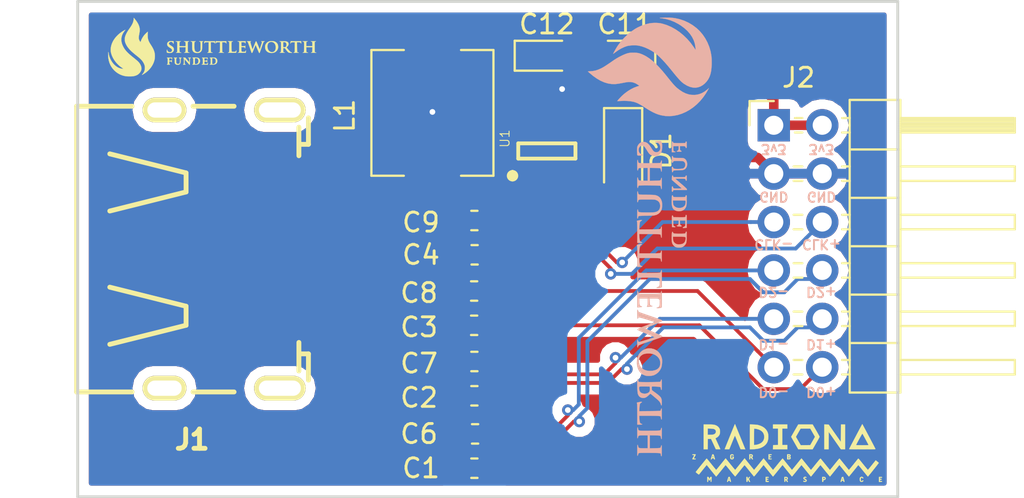
<source format=kicad_pcb>
(kicad_pcb (version 20171130) (host pcbnew 5.0.1+dfsg1-3~bpo9+1)
  (layers (0 F.Cu signal) (31 B.Cu signal hide) (34 B.Paste user hide) (35 F.Paste user hide) (36 B.SilkS user) (37 F.SilkS user) (38 B.Mask user hide) (39 F.Mask user hide) (44 Edge.Cuts user))
  (net 0 "")
  (net 1 FPDI_D2+)
  (net 2 /GPDI_D2+)
  (net 3 /GPDI_D1+)
  (net 4 FPDI_D1+)
  (net 5 /GPDI_D0+)
  (net 6 FPDI_D0+)
  (net 7 FPDI_CLK+)
  (net 8 /GPDI_CLK+)
  (net 9 /GPDI_D2-)
  (net 10 FPDI_D2-)
  (net 11 FPDI_D1-)
  (net 12 /GPDI_D1-)
  (net 13 FPDI_D0-)
  (net 14 /GPDI_D0-)
  (net 15 /GPDI_CLK-)
  (net 16 FPDI_CLK-)
  (net 17 GND)
  (net 18 +3V3)
  (net 19 +5V)
  (net 20 "Net-(D1-Pad2)")
  (module Capacitor_SMD:C_0603_1608Metric (layer F.Cu) (at 131.8 88.5 180)
    (fp_text reference C1 (at 2.8 0 180) (layer F.SilkS))
    (fp_text value 220nF)
    (pad 1 smd roundrect (at -0.7875 0 180) (size 0.875 0.95) (layers F.Cu F.Paste F.Mask) (net 1 FPDI_D2+))
    (pad 2 smd roundrect (at 0.7875 0 180) (size 0.875 0.95) (layers F.Cu F.Paste F.Mask) (net 2 /GPDI_D2+))
  )
  (module Capacitor_SMD:C_0603_1608Metric (layer F.Cu) (at 131.8 84.7 180)
    (fp_text reference C2 (at 2.9 -0.1 180) (layer F.SilkS))
    (fp_text value 220nF)
    (pad 2 smd roundrect (at 0.7875 0 180) (size 0.875 0.95) (layers F.Cu F.Paste F.Mask) (net 3 /GPDI_D1+))
    (pad 1 smd roundrect (at -0.7875 0 180) (size 0.875 0.95) (layers F.Cu F.Paste F.Mask) (net 4 FPDI_D1+))
  )
  (module Capacitor_SMD:C_0603_1608Metric (layer F.Cu) (at 131.7875 81 180)
    (fp_text reference C3 (at 2.8875 -0.1 180) (layer F.SilkS))
    (fp_text value 220nF)
    (pad 2 smd roundrect (at 0.7875 0 180) (size 0.875 0.95) (layers F.Cu F.Paste F.Mask) (net 5 /GPDI_D0+))
    (pad 1 smd roundrect (at -0.7875 0 180) (size 0.875 0.95) (layers F.Cu F.Paste F.Mask) (net 6 FPDI_D0+))
  )
  (module Capacitor_SMD:C_0603_1608Metric (layer F.Cu) (at 131.8125 77.3 180)
    (fp_text reference C4 (at 2.8125 0 180) (layer F.SilkS))
    (fp_text value 220nF)
    (pad 1 smd roundrect (at -0.7875 0 180) (size 0.875 0.95) (layers F.Cu F.Paste F.Mask) (net 7 FPDI_CLK+))
    (pad 2 smd roundrect (at 0.7875 0 180) (size 0.875 0.95) (layers F.Cu F.Paste F.Mask) (net 8 /GPDI_CLK+))
  )
  (module Capacitor_SMD:C_0603_1608Metric (layer F.Cu) (at 131.8375 86.7 180)
    (fp_text reference C6 (at 2.9375 0 180) (layer F.SilkS))
    (fp_text value 220nF)
    (pad 2 smd roundrect (at 0.7875 0 180) (size 0.875 0.95) (layers F.Cu F.Paste F.Mask) (net 9 /GPDI_D2-))
    (pad 1 smd roundrect (at -0.7875 0 180) (size 0.875 0.95) (layers F.Cu F.Paste F.Mask) (net 10 FPDI_D2-))
  )
  (module Capacitor_SMD:C_0603_1608Metric (layer F.Cu) (at 131.8 82.9 180)
    (fp_text reference C7 (at 2.9 -0.1 180) (layer F.SilkS))
    (fp_text value 220nF)
    (pad 1 smd roundrect (at -0.7875 0 180) (size 0.875 0.95) (layers F.Cu F.Paste F.Mask) (net 11 FPDI_D1-))
    (pad 2 smd roundrect (at 0.7875 0 180) (size 0.875 0.95) (layers F.Cu F.Paste F.Mask) (net 12 /GPDI_D1-))
  )
  (module Capacitor_SMD:C_0603_1608Metric (layer F.Cu) (at 131.7875 79.2 180)
    (fp_text reference C8 (at 2.8875 -0.1 180) (layer F.SilkS))
    (fp_text value 220nF)
    (pad 1 smd roundrect (at -0.7875 0 180) (size 0.875 0.95) (layers F.Cu F.Paste F.Mask) (net 13 FPDI_D0-))
    (pad 2 smd roundrect (at 0.7875 0 180) (size 0.875 0.95) (layers F.Cu F.Paste F.Mask) (net 14 /GPDI_D0-))
  )
  (module Capacitor_SMD:C_0603_1608Metric (layer F.Cu) (at 131.8 75.5 180)
    (fp_text reference C9 (at 2.8 -0.1 180) (layer F.SilkS))
    (fp_text value 220nF)
    (pad 2 smd roundrect (at 0.7875 0 180) (size 0.875 0.95) (layers F.Cu F.Paste F.Mask) (net 15 /GPDI_CLK-))
    (pad 1 smd roundrect (at -0.7875 0 180) (size 0.875 0.95) (layers F.Cu F.Paste F.Mask) (net 16 FPDI_CLK-))
  )
  (module Capacitor_Tantalum_SMD:CP_EIA-1608-08_AVX-J_Pad1.25x1.05mm_HandSolder (layer F.Cu) (at 139.6 66.85 180)
    (fp_text reference C11 (at -0.1 1.65 180) (layer F.SilkS))
    (fp_text value CP)
    (pad 2 smd roundrect (at 0.8 0 180) (size 1.25 1.05) (layers F.Cu F.Paste F.Mask) (roundrect_rratio 0.238095) (net 17 GND))
    (pad 1 smd roundrect (at -0.8 0 180) (size 1.25 1.05) (layers F.Cu F.Paste F.Mask) (roundrect_rratio 0.238095) (net 18 +3V3))
  )
  (module Capacitor_Tantalum_SMD:CP_EIA-1608-08_AVX-J_Pad1.25x1.05mm_HandSolder (layer F.Cu) (at 135.6 66.85)
    (fp_text reference C12 (at 0 -1.65) (layer F.SilkS))
    (fp_text value CP)
    (pad 1 smd roundrect (at -0.8 0) (size 1.25 1.05) (layers F.Cu F.Paste F.Mask) (roundrect_rratio 0.238095) (net 19 +5V))
    (pad 2 smd roundrect (at 0.8 0) (size 1.25 1.05) (layers F.Cu F.Paste F.Mask) (roundrect_rratio 0.238095) (net 17 GND))
  )
  (module Diode_SMD:D_SOD-123 (layer F.Cu) (at 139.6 71.85 270)
    (fp_text reference D1 (at 0 -2 270) (layer F.SilkS))
    (fp_text value MBR0520)
    (pad 1 smd rect (at -1.65 0 270) (size 0.9 1.2) (layers F.Cu F.Paste F.Mask) (net 19 +5V))
    (pad 2 smd rect (at 1.65 0 270) (size 0.9 1.2) (layers F.Cu F.Paste F.Mask) (net 20 "Net-(D1-Pad2)"))
  )
  (module hdmi-swm-19:hdmi-swm-19 (layer F.Cu) (at 117 77 90)
    (fp_text reference J1 (at -10 0 180) (layer F.SilkS) (effects (font (size 1.016 1.016) (thickness 0.254))))
    (fp_text value HDMI)
    (pad 0 thru_hole oval (at 7.3 4.6 90) (size 1.3 2.7) (drill oval 0.8 2.2) (layers *.Cu *.Mask F.SilkS))
    (pad 0 thru_hole oval (at -7.3 4.6 90) (size 1.3 2.7) (drill oval 0.8 2.2) (layers *.Cu *.Mask F.SilkS))
    (pad 0 thru_hole oval (at -7.3 -1.45 90) (size 1.3 2.3) (drill oval 0.8 1.8) (layers *.Cu *.Mask F.SilkS))
    (pad 1 smd rect (at -4.5 5.55 180) (size 1.6 0.25) (layers F.Cu F.Paste F.Mask) (net 17 GND))
    (pad 2 smd rect (at -4 5.55 180) (size 1.6 0.25) (layers F.Cu F.Paste F.Mask) (net 2 /GPDI_D2+))
    (pad 3 smd rect (at -3.5 5.55 180) (size 1.6 0.25) (layers F.Cu F.Paste F.Mask) (net 17 GND))
    (pad 4 smd rect (at -3 5.55 180) (size 1.6 0.25) (layers F.Cu F.Paste F.Mask) (net 9 /GPDI_D2-))
    (pad 5 smd rect (at -2.5 5.55 180) (size 1.6 0.25) (layers F.Cu F.Paste F.Mask) (net 3 /GPDI_D1+))
    (pad 6 smd rect (at -2 5.55 180) (size 1.6 0.25) (layers F.Cu F.Paste F.Mask) (net 17 GND))
    (pad 7 smd rect (at -1.5 5.55 180) (size 1.6 0.25) (layers F.Cu F.Paste F.Mask) (net 12 /GPDI_D1-))
    (pad 8 smd rect (at -1 5.55 180) (size 1.6 0.25) (layers F.Cu F.Paste F.Mask) (net 5 /GPDI_D0+))
    (pad 9 smd rect (at -0.5 5.55 180) (size 1.6 0.25) (layers F.Cu F.Paste F.Mask) (net 17 GND))
    (pad 10 smd rect (at 0 5.55 180) (size 1.6 0.25) (layers F.Cu F.Paste F.Mask) (net 14 /GPDI_D0-))
    (pad 11 smd rect (at 0.5 5.55 180) (size 1.6 0.25) (layers F.Cu F.Paste F.Mask) (net 8 /GPDI_CLK+))
    (pad 12 smd rect (at 1 5.55 180) (size 1.6 0.25) (layers F.Cu F.Paste F.Mask) (net 17 GND))
    (pad 13 smd rect (at 1.5 5.55 180) (size 1.6 0.25) (layers F.Cu F.Paste F.Mask) (net 15 /GPDI_CLK-))
    (pad 14 smd rect (at 2 5.55 180) (size 1.6 0.25) (layers F.Cu F.Paste F.Mask))
    (pad 15 smd rect (at 2.5 5.55 180) (size 1.6 0.25) (layers F.Cu F.Paste F.Mask))
    (pad 16 smd rect (at 3 5.55 180) (size 1.6 0.25) (layers F.Cu F.Paste F.Mask))
    (pad 17 smd rect (at 3.5 5.55 180) (size 1.6 0.25) (layers F.Cu F.Paste F.Mask))
    (pad 18 smd rect (at 4 5.55 180) (size 1.6 0.25) (layers F.Cu F.Paste F.Mask) (net 17 GND))
    (pad 19 smd rect (at 4.5 5.55 180) (size 1.6 0.25) (layers F.Cu F.Paste F.Mask) (net 19 +5V))
    (pad 0 thru_hole oval (at 7.3 -1.45 90) (size 1.3 2.3) (drill oval 0.8 1.8) (layers *.Cu *.Mask F.SilkS))
  )
  (module Connector_PinHeader_2.54mm:PinHeader_2x06_P2.54mm_Horizontal (layer F.Cu) (at 147.5 70.5)
    (fp_text reference J2 (at 1.3 -2.5) (layer F.SilkS))
    (fp_text value PMOD)
    (pad 1 thru_hole rect (at 0 0) (size 1.7 1.7) (drill 1) (layers *.Cu *.Mask) (net 18 +3V3))
    (pad 2 thru_hole oval (at 2.54 0) (size 1.7 1.7) (drill 1) (layers *.Cu *.Mask) (net 18 +3V3))
    (pad 3 thru_hole oval (at 0 2.54) (size 1.7 1.7) (drill 1) (layers *.Cu *.Mask) (net 17 GND))
    (pad 4 thru_hole oval (at 2.54 2.54) (size 1.7 1.7) (drill 1) (layers *.Cu *.Mask) (net 17 GND))
    (pad 5 thru_hole oval (at 0 5.08) (size 1.7 1.7) (drill 1) (layers *.Cu *.Mask) (net 16 FPDI_CLK-))
    (pad 6 thru_hole oval (at 2.54 5.08) (size 1.7 1.7) (drill 1) (layers *.Cu *.Mask) (net 7 FPDI_CLK+))
    (pad 7 thru_hole oval (at 0 7.62) (size 1.7 1.7) (drill 1) (layers *.Cu *.Mask) (net 10 FPDI_D2-))
    (pad 8 thru_hole oval (at 2.54 7.62) (size 1.7 1.7) (drill 1) (layers *.Cu *.Mask) (net 1 FPDI_D2+))
    (pad 9 thru_hole oval (at 0 10.16) (size 1.7 1.7) (drill 1) (layers *.Cu *.Mask) (net 11 FPDI_D1-))
    (pad 10 thru_hole oval (at 2.54 10.16) (size 1.7 1.7) (drill 1) (layers *.Cu *.Mask) (net 4 FPDI_D1+))
    (pad 11 thru_hole oval (at 0 12.7) (size 1.7 1.7) (drill 1) (layers *.Cu *.Mask) (net 13 FPDI_D0-))
    (pad 12 thru_hole oval (at 2.54 12.7) (size 1.7 1.7) (drill 1) (layers *.Cu *.Mask) (net 6 FPDI_D0+))
  )
  (module Inductor_SMD:L_6.3x6.3_H3 (layer F.Cu) (at 129.6 69.85 270)
    (fp_text reference L1 (at 0.15 4.6 270) (layer F.SilkS))
    (fp_text value L)
    (pad 1 smd rect (at -2.75 0 270) (size 1.5 2.4) (layers F.Cu F.Paste F.Mask) (net 18 +3V3))
    (pad 2 smd rect (at 2.75 0 270) (size 1.5 2.4) (layers F.Cu F.Paste F.Mask) (net 20 "Net-(D1-Pad2)"))
  )
  (module NCP1402SN33T1G:SOT95P275X110-5N (layer F.Cu) (at 135.6 71.85 90)
    (fp_text reference U1 (at 0.65 -2.2 90) (layer F.SilkS) (effects (font (size 0.48 0.48) (thickness 0.05))))
    (fp_text value NCP1402SN33T1G hide)
    (pad 1 smd rect (at -1.3 -0.95 90) (size 1.15 0.6) (layers F.Cu F.Paste F.Mask) (net 20 "Net-(D1-Pad2)"))
    (pad 2 smd rect (at -1.3 0 90) (size 1.15 0.6) (layers F.Cu F.Paste F.Mask) (net 19 +5V))
    (pad 3 smd rect (at -1.3 0.95 90) (size 1.15 0.6) (layers F.Cu F.Paste F.Mask))
    (pad 4 smd rect (at 1.3 0.95 270) (size 1.15 0.6) (layers F.Cu F.Paste F.Mask) (net 17 GND))
    (pad 5 smd rect (at 1.3 -0.95 270) (size 1.15 0.6) (layers F.Cu F.Paste F.Mask) (net 19 +5V))
  )
  (module parts:radiona-12mm (layer F.Cu) (at 148.2 87.7)
    (fp_text reference G*** hide)
    (fp_text value LOGO hide)
  )
  (module parts:shutleworth-12mm (layer F.Cu) (at 118 66.4)
    (fp_text reference G*** hide)
    (fp_text value LOGO hide)
  )
  (module parts:shutleworth (layer B.Cu) (at 141 76.25 270)
    (fp_text reference G*** hide)
    (fp_text value LOGO hide)
  )
  (gr_text GND (at 147.5 74.25 180) (layer B.SilkS) (effects (font (size 0.5 0.5) (thickness 0.1)) (justify mirror)))
  (gr_text CLK- (at 147.5 76.75 180) (layer B.SilkS) (effects (font (size 0.5 0.5) (thickness 0.1)) (justify mirror)))
  (gr_text D2- (at 147.5 79.25 180) (layer B.SilkS) (effects (font (size 0.5 0.5) (thickness 0.1)) (justify mirror)))
  (gr_text D1- (at 147.5 82 180) (layer B.SilkS) (effects (font (size 0.5 0.5) (thickness 0.1)) (justify mirror)))
  (gr_text D0- (at 147.5 84.5 180) (layer B.SilkS) (effects (font (size 0.5 0.5) (thickness 0.1)) (justify mirror)))
  (gr_text D0+ (at 150 84.5 180) (layer B.SilkS) (effects (font (size 0.5 0.5) (thickness 0.1)) (justify mirror)))
  (gr_text D1+ (at 150 82 180) (layer B.SilkS) (effects (font (size 0.5 0.5) (thickness 0.1)) (justify mirror)))
  (gr_text D2+ (at 150 79.25 180) (layer B.SilkS) (effects (font (size 0.5 0.5) (thickness 0.1)) (justify mirror)))
  (gr_text CLK+ (at 150 76.75 180) (layer B.SilkS) (effects (font (size 0.5 0.5) (thickness 0.1)) (justify mirror)))
  (gr_text GND (at 150 74.25 180) (layer B.SilkS) (effects (font (size 0.5 0.5) (thickness 0.1)) (justify mirror)))
  (gr_text 3v3 (at 147.5 71.75 180) (layer B.SilkS) (effects (font (size 0.5 0.5) (thickness 0.1)) (justify mirror)))
  (gr_text 3v3 (at 150 71.75 180) (layer B.SilkS) (effects (font (size 0.5 0.5) (thickness 0.1)) (justify mirror)))
  (gr_line (start 154 64) (end 154 90) (layer Edge.Cuts) (width 0.15))
  (gr_line (start 111 90) (end 154 90) (layer Edge.Cuts) (width 0.15))
  (gr_line (start 111 64) (end 111 90) (layer Edge.Cuts) (width 0.15))
  (gr_line (start 154 64) (end 111 64) (layer Edge.Cuts) (width 0.15))
  (segment (start 135.261949 87.80625) (end 137.017678 86.050521) (width 0.2) (layer F.Cu) (net 1))
  (segment (start 132.5875 88.5) (end 133.28125 87.80625) (width 0.2) (layer F.Cu) (net 1))
  (segment (start 137.017678 86.050521) (end 137.300521 86.050521) (width 0.2) (layer F.Cu) (net 1))
  (via (at 137.300521 86.050521) (size 0.6) (drill 0.3) (layers F.Cu B.Cu) (net 1))
  (segment (start 133.28125 87.80625) (end 135.261949 87.80625) (width 0.2) (layer F.Cu) (net 1))
  (segment (start 137.300521 85.767678) (end 137.725 85.343199) (width 0.2) (layer B.Cu) (net 1))
  (segment (start 137.300521 86.050521) (end 137.300521 85.767678) (width 0.2) (layer B.Cu) (net 1))
  (segment (start 137.725 85.343199) (end 137.725 81.8432) (width 0.2) (layer B.Cu) (net 1))
  (segment (start 148.052001 79.270001) (end 148.752002 78.57) (width 0.2) (layer B.Cu) (net 1))
  (segment (start 137.725 81.8432) (end 140.9982 78.57) (width 0.2) (layer B.Cu) (net 1))
  (segment (start 140.9982 78.57) (end 146.247998 78.57) (width 0.2) (layer B.Cu) (net 1))
  (segment (start 146.947999 79.270001) (end 148.052001 79.270001) (width 0.2) (layer B.Cu) (net 1))
  (segment (start 149.59 78.57) (end 150.04 78.12) (width 0.2) (layer B.Cu) (net 1))
  (segment (start 146.247998 78.57) (end 146.947999 79.270001) (width 0.2) (layer B.Cu) (net 1))
  (segment (start 148.752002 78.57) (end 149.59 78.57) (width 0.2) (layer B.Cu) (net 1))
  (segment (start 122.624999 80.925001) (end 123.437501 80.925001) (width 0.2) (layer F.Cu) (net 2))
  (segment (start 122.55 81) (end 122.624999 80.925001) (width 0.2) (layer F.Cu) (net 2))
  (segment (start 129.530698 87.018198) (end 131.0125 88.5) (width 0.2) (layer F.Cu) (net 2))
  (segment (start 123.437501 80.925001) (end 129.530698 87.018198) (width 0.2) (layer F.Cu) (net 2))
  (segment (start 129.530698 83.218198) (end 131.0125 84.7) (width 0.2) (layer F.Cu) (net 3))
  (segment (start 125.5375 79.225) (end 129.530698 83.218198) (width 0.2) (layer F.Cu) (net 3))
  (segment (start 124.025001 79.225) (end 125.5375 79.225) (width 0.2) (layer F.Cu) (net 3))
  (segment (start 123.750001 79.5) (end 124.025001 79.225) (width 0.2) (layer F.Cu) (net 3))
  (segment (start 122.55 79.5) (end 123.750001 79.5) (width 0.2) (layer F.Cu) (net 3))
  (segment (start 139.517678 83.300521) (end 139.800521 83.300521) (width 0.2) (layer F.Cu) (net 4))
  (segment (start 138.793199 84.025) (end 139.517678 83.300521) (width 0.2) (layer F.Cu) (net 4))
  (segment (start 132.5875 84.7) (end 133.2625 84.025) (width 0.2) (layer F.Cu) (net 4))
  (segment (start 133.2625 84.025) (end 138.793199 84.025) (width 0.2) (layer F.Cu) (net 4))
  (via (at 139.800521 83.300521) (size 0.6) (drill 0.3) (layers F.Cu B.Cu) (net 4))
  (segment (start 139.800521 83.017678) (end 141.708199 81.11) (width 0.2) (layer B.Cu) (net 4))
  (segment (start 148.752002 81.11) (end 149.59 81.11) (width 0.2) (layer B.Cu) (net 4))
  (segment (start 139.800521 83.300521) (end 139.800521 83.017678) (width 0.2) (layer B.Cu) (net 4))
  (segment (start 141.708199 81.11) (end 146.247998 81.11) (width 0.2) (layer B.Cu) (net 4))
  (segment (start 149.59 81.11) (end 150.04 80.66) (width 0.2) (layer B.Cu) (net 4))
  (segment (start 148.052001 81.810001) (end 148.752002 81.11) (width 0.2) (layer B.Cu) (net 4))
  (segment (start 146.947999 81.810001) (end 148.052001 81.810001) (width 0.2) (layer B.Cu) (net 4))
  (segment (start 146.247998 81.11) (end 146.947999 81.810001) (width 0.2) (layer B.Cu) (net 4))
  (segment (start 123.750001 78) (end 124.025001 77.725) (width 0.2) (layer F.Cu) (net 5))
  (segment (start 122.55 78) (end 123.750001 78) (width 0.2) (layer F.Cu) (net 5))
  (segment (start 124.025001 77.725) (end 127.725 77.725) (width 0.2) (layer F.Cu) (net 5))
  (segment (start 129.518198 79.518198) (end 131 81) (width 0.2) (layer F.Cu) (net 5))
  (segment (start 127.725 77.725) (end 129.518198 79.518198) (width 0.2) (layer F.Cu) (net 5))
  (segment (start 143.597998 81) (end 146.947999 84.350001) (width 0.2) (layer F.Cu) (net 6))
  (segment (start 149.190001 84.049999) (end 150.04 83.2) (width 0.2) (layer F.Cu) (net 6))
  (segment (start 148.889999 84.350001) (end 149.190001 84.049999) (width 0.2) (layer F.Cu) (net 6))
  (segment (start 146.947999 84.350001) (end 148.889999 84.350001) (width 0.2) (layer F.Cu) (net 6))
  (segment (start 132.575 81) (end 143.597998 81) (width 0.2) (layer F.Cu) (net 6))
  (segment (start 137.563051 76.63125) (end 138.949479 78.017678) (width 0.2) (layer F.Cu) (net 7))
  (segment (start 133.26875 76.63125) (end 137.563051 76.63125) (width 0.2) (layer F.Cu) (net 7))
  (segment (start 138.949479 78.017678) (end 138.949479 78.300521) (width 0.2) (layer F.Cu) (net 7))
  (segment (start 132.6 77.3) (end 133.26875 76.63125) (width 0.2) (layer F.Cu) (net 7))
  (via (at 138.949479 78.300521) (size 0.6) (drill 0.3) (layers F.Cu B.Cu) (net 7))
  (segment (start 141.396101 76.969999) (end 148.650001 76.969999) (width 0.2) (layer B.Cu) (net 7))
  (segment (start 148.650001 76.969999) (end 149.190001 76.429999) (width 0.2) (layer B.Cu) (net 7))
  (segment (start 138.949479 78.300521) (end 140.065579 78.300521) (width 0.2) (layer B.Cu) (net 7))
  (segment (start 140.065579 78.300521) (end 141.396101 76.969999) (width 0.2) (layer B.Cu) (net 7))
  (segment (start 149.190001 76.429999) (end 150.04 75.58) (width 0.2) (layer B.Cu) (net 7))
  (segment (start 124.065002 75.95) (end 129.675 75.95) (width 0.2) (layer F.Cu) (net 8))
  (segment (start 123.590001 76.425001) (end 124.065002 75.95) (width 0.2) (layer F.Cu) (net 8))
  (segment (start 129.675 75.95) (end 131.025 77.3) (width 0.2) (layer F.Cu) (net 8))
  (segment (start 122.55 76.5) (end 122.624999 76.425001) (width 0.2) (layer F.Cu) (net 8))
  (segment (start 122.624999 76.425001) (end 123.590001 76.425001) (width 0.2) (layer F.Cu) (net 8))
  (segment (start 129.848897 86.7) (end 131.05 86.7) (width 0.2) (layer F.Cu) (net 9))
  (segment (start 123.650001 80.501104) (end 129.848897 86.7) (width 0.2) (layer F.Cu) (net 9))
  (segment (start 122.55 80) (end 122.624999 80.074999) (width 0.2) (layer F.Cu) (net 9))
  (segment (start 122.624999 80.074999) (end 123.590001 80.074999) (width 0.2) (layer F.Cu) (net 9))
  (segment (start 123.590001 80.074999) (end 123.650001 80.134999) (width 0.2) (layer F.Cu) (net 9))
  (segment (start 123.650001 80.134999) (end 123.650001 80.501104) (width 0.2) (layer F.Cu) (net 9))
  (segment (start 136.699479 85.732322) (end 136.699479 85.449479) (width 0.2) (layer F.Cu) (net 10))
  (segment (start 135.075551 87.35625) (end 136.699479 85.732322) (width 0.2) (layer F.Cu) (net 10))
  (via (at 136.699479 85.449479) (size 0.6) (drill 0.3) (layers F.Cu B.Cu) (net 10))
  (segment (start 132.625 86.7) (end 133.28125 87.35625) (width 0.2) (layer F.Cu) (net 10))
  (segment (start 133.28125 87.35625) (end 135.075551 87.35625) (width 0.2) (layer F.Cu) (net 10))
  (segment (start 136.982322 85.449479) (end 137.275 85.156801) (width 0.2) (layer B.Cu) (net 10))
  (segment (start 136.699479 85.449479) (end 136.982322 85.449479) (width 0.2) (layer B.Cu) (net 10))
  (segment (start 137.275 85.156801) (end 137.275 81.6568) (width 0.2) (layer B.Cu) (net 10))
  (segment (start 147.05 78.12) (end 147.5 78.12) (width 0.2) (layer B.Cu) (net 10))
  (segment (start 137.275 81.6568) (end 140.8118 78.12) (width 0.2) (layer B.Cu) (net 10))
  (segment (start 140.8118 78.12) (end 147.05 78.12) (width 0.2) (layer B.Cu) (net 10))
  (segment (start 139.199479 82.982322) (end 139.199479 82.699479) (width 0.2) (layer F.Cu) (net 11))
  (segment (start 138.606801 83.575) (end 139.199479 82.982322) (width 0.2) (layer F.Cu) (net 11))
  (segment (start 133.2625 83.575) (end 138.606801 83.575) (width 0.2) (layer F.Cu) (net 11))
  (segment (start 132.5875 82.9) (end 133.2625 83.575) (width 0.2) (layer F.Cu) (net 11))
  (via (at 139.199479 82.699479) (size 0.6) (drill 0.3) (layers F.Cu B.Cu) (net 11))
  (segment (start 147.05 80.66) (end 147.5 80.66) (width 0.2) (layer B.Cu) (net 11))
  (segment (start 141.521801 80.66) (end 147.05 80.66) (width 0.2) (layer B.Cu) (net 11))
  (segment (start 139.482322 82.699479) (end 141.521801 80.66) (width 0.2) (layer B.Cu) (net 11))
  (segment (start 139.199479 82.699479) (end 139.482322 82.699479) (width 0.2) (layer B.Cu) (net 11))
  (segment (start 129.848897 82.9) (end 131.0125 82.9) (width 0.2) (layer F.Cu) (net 12))
  (segment (start 122.55 78.5) (end 123.750001 78.5) (width 0.2) (layer F.Cu) (net 12))
  (segment (start 124.025001 78.775) (end 125.723897 78.775) (width 0.2) (layer F.Cu) (net 12))
  (segment (start 123.750001 78.5) (end 124.025001 78.775) (width 0.2) (layer F.Cu) (net 12))
  (segment (start 125.723897 78.775) (end 129.848897 82.9) (width 0.2) (layer F.Cu) (net 12))
  (segment (start 132.575 79.2) (end 143.5 79.2) (width 0.2) (layer F.Cu) (net 13))
  (segment (start 143.5 79.2) (end 146.650001 82.350001) (width 0.2) (layer F.Cu) (net 13))
  (segment (start 146.650001 82.350001) (end 147.5 83.2) (width 0.2) (layer F.Cu) (net 13))
  (segment (start 129.836397 79.2) (end 131 79.2) (width 0.2) (layer F.Cu) (net 14))
  (segment (start 122.55 77) (end 123.750001 77) (width 0.2) (layer F.Cu) (net 14))
  (segment (start 123.750001 77) (end 124.025001 77.275) (width 0.2) (layer F.Cu) (net 14))
  (segment (start 124.025001 77.275) (end 127.911397 77.275) (width 0.2) (layer F.Cu) (net 14))
  (segment (start 127.911397 77.275) (end 129.836397 79.2) (width 0.2) (layer F.Cu) (net 14))
  (segment (start 129.675 75.5) (end 131.0125 75.5) (width 0.2) (layer F.Cu) (net 15))
  (segment (start 122.55 75.5) (end 129.675 75.5) (width 0.2) (layer F.Cu) (net 15))
  (segment (start 139.267678 77.699479) (end 139.550521 77.699479) (width 0.2) (layer F.Cu) (net 16))
  (segment (start 137.749449 76.18125) (end 139.267678 77.699479) (width 0.2) (layer F.Cu) (net 16))
  (via (at 139.550521 77.699479) (size 0.6) (drill 0.3) (layers F.Cu B.Cu) (net 16))
  (segment (start 132.5875 75.5) (end 133.26875 76.18125) (width 0.2) (layer F.Cu) (net 16))
  (segment (start 133.26875 76.18125) (end 137.749449 76.18125) (width 0.2) (layer F.Cu) (net 16))
  (segment (start 139.550521 77.699479) (end 141.67 75.58) (width 0.2) (layer B.Cu) (net 16))
  (segment (start 141.67 75.58) (end 146.297919 75.58) (width 0.2) (layer B.Cu) (net 16))
  (segment (start 146.297919 75.58) (end 147.5 75.58) (width 0.2) (layer B.Cu) (net 16))
  (segment (start 150.04 73.04) (end 147.5 73.04) (width 0.5) (layer F.Cu) (net 17))
  (segment (start 138.8 67.475) (end 138.8 66.85) (width 0.5) (layer F.Cu) (net 17))
  (segment (start 143.515001 72.190001) (end 138.8 67.475) (width 0.5) (layer F.Cu) (net 17))
  (segment (start 146.650001 72.190001) (end 143.515001 72.190001) (width 0.5) (layer F.Cu) (net 17))
  (segment (start 147.5 73.04) (end 146.650001 72.190001) (width 0.5) (layer F.Cu) (net 17))
  (segment (start 136.4 66.85) (end 138.8 66.85) (width 0.5) (layer F.Cu) (net 17))
  (segment (start 136.4 70.4) (end 136.55 70.55) (width 0.5) (layer F.Cu) (net 17))
  (via (at 129.6 69.8) (size 0.6) (drill 0.3) (layers F.Cu B.Cu) (net 17))
  (segment (start 123.6 73) (end 126.8 69.8) (width 0.25) (layer F.Cu) (net 17))
  (segment (start 122.55 73) (end 123.6 73) (width 0.25) (layer F.Cu) (net 17))
  (segment (start 126.8 69.8) (end 129.6 69.8) (width 0.25) (layer F.Cu) (net 17))
  (segment (start 136.4 66.85) (end 136.4 68.6) (width 0.5) (layer F.Cu) (net 17))
  (via (at 136.4 68.6) (size 0.6) (drill 0.3) (layers F.Cu B.Cu) (net 17))
  (segment (start 136.4 68.6) (end 136.4 70.4) (width 0.5) (layer F.Cu) (net 17))
  (segment (start 134.1 68.6) (end 135.975736 68.6) (width 0.25) (layer B.Cu) (net 17))
  (segment (start 135.975736 68.6) (end 136.4 68.6) (width 0.25) (layer B.Cu) (net 17))
  (segment (start 132.9 69.8) (end 134.1 68.6) (width 0.25) (layer B.Cu) (net 17))
  (segment (start 129.6 69.8) (end 132.9 69.8) (width 0.25) (layer B.Cu) (net 17))
  (segment (start 121.5 73) (end 121 73.5) (width 0.25) (layer F.Cu) (net 17))
  (segment (start 122.55 73) (end 121.5 73) (width 0.25) (layer F.Cu) (net 17))
  (segment (start 121.5 76) (end 122.55 76) (width 0.25) (layer F.Cu) (net 17))
  (segment (start 121 75.5) (end 121.5 76) (width 0.25) (layer F.Cu) (net 17))
  (segment (start 121 73.5) (end 121 75.5) (width 0.25) (layer F.Cu) (net 17))
  (segment (start 121.5 81.5) (end 122.55 81.5) (width 0.25) (layer F.Cu) (net 17))
  (segment (start 121 81) (end 121.5 81.5) (width 0.25) (layer F.Cu) (net 17))
  (segment (start 122.55 80.5) (end 121 80.5) (width 0.25) (layer F.Cu) (net 17))
  (segment (start 121 80.5) (end 121 81) (width 0.25) (layer F.Cu) (net 17))
  (segment (start 121.5 79) (end 121 79) (width 0.25) (layer F.Cu) (net 17))
  (segment (start 122.55 79) (end 121.5 79) (width 0.25) (layer F.Cu) (net 17))
  (segment (start 121 79) (end 121 80.5) (width 0.25) (layer F.Cu) (net 17))
  (segment (start 122.55 77.5) (end 121 77.5) (width 0.25) (layer F.Cu) (net 17))
  (segment (start 121 77.5) (end 121 79) (width 0.25) (layer F.Cu) (net 17))
  (segment (start 121 75.5) (end 121 77.5) (width 0.25) (layer F.Cu) (net 17))
  (segment (start 147.5 69.15) (end 147.5 70.5) (width 0.5) (layer F.Cu) (net 18))
  (segment (start 145.2 66.85) (end 147.5 69.15) (width 0.5) (layer F.Cu) (net 18))
  (segment (start 140.4 66.85) (end 145.2 66.85) (width 0.5) (layer F.Cu) (net 18))
  (segment (start 147.5 70.5) (end 150.04 70.5) (width 0.5) (layer F.Cu) (net 18))
  (segment (start 131.3 67.1) (end 129.6 67.1) (width 0.5) (layer F.Cu) (net 18))
  (segment (start 132.52501 65.87499) (end 131.3 67.1) (width 0.5) (layer F.Cu) (net 18))
  (segment (start 140.04999 65.87499) (end 132.52501 65.87499) (width 0.5) (layer F.Cu) (net 18))
  (segment (start 140.4 66.225) (end 140.04999 65.87499) (width 0.5) (layer F.Cu) (net 18))
  (segment (start 140.4 66.85) (end 140.4 66.225) (width 0.5) (layer F.Cu) (net 18))
  (segment (start 135.6 71.5) (end 134.65 70.55) (width 0.5) (layer F.Cu) (net 19))
  (segment (start 136.9 71.8) (end 135.6 71.8) (width 0.5) (layer F.Cu) (net 19))
  (segment (start 138.5 70.2) (end 136.9 71.8) (width 0.5) (layer F.Cu) (net 19))
  (segment (start 135.6 73.15) (end 135.6 71.8) (width 0.5) (layer F.Cu) (net 19))
  (segment (start 139.6 70.2) (end 138.5 70.2) (width 0.5) (layer F.Cu) (net 19))
  (segment (start 135.6 71.8) (end 135.6 71.5) (width 0.5) (layer F.Cu) (net 19))
  (segment (start 134.8 70.4) (end 134.65 70.55) (width 0.5) (layer F.Cu) (net 19))
  (segment (start 134.8 66.85) (end 134.8 70.4) (width 0.5) (layer F.Cu) (net 19))
  (segment (start 122.55 72.5) (end 123.225 72.5) (width 0.25) (layer F.Cu) (net 19))
  (segment (start 126.950002 68.774998) (end 132.875002 68.774998) (width 0.25) (layer F.Cu) (net 19))
  (segment (start 134.234796 67.415204) (end 134.8 66.85) (width 0.25) (layer F.Cu) (net 19))
  (segment (start 123.225 72.5) (end 126.950002 68.774998) (width 0.25) (layer F.Cu) (net 19))
  (segment (start 132.875002 68.774998) (end 134.234796 67.415204) (width 0.25) (layer F.Cu) (net 19))
  (segment (start 131.3 72.6) (end 129.6 72.6) (width 0.5) (layer F.Cu) (net 20))
  (segment (start 133.15 74.45) (end 131.3 72.6) (width 0.5) (layer F.Cu) (net 20))
  (segment (start 139.45 73.5) (end 138.5 74.45) (width 0.5) (layer F.Cu) (net 20))
  (segment (start 139.6 73.5) (end 139.45 73.5) (width 0.5) (layer F.Cu) (net 20))
  (segment (start 134.65 73.15) (end 134.65 74.4) (width 0.5) (layer F.Cu) (net 20))
  (segment (start 134.6 74.45) (end 133.15 74.45) (width 0.5) (layer F.Cu) (net 20))
  (segment (start 134.65 74.4) (end 134.6 74.45) (width 0.5) (layer F.Cu) (net 20))
  (segment (start 138.5 74.45) (end 134.6 74.45) (width 0.5) (layer F.Cu) (net 20))
  (zone (net 17) (net_name GND) (layer F.Cu) (connect_pads (clearance 0.508)) (min_thickness 0.254) (fill yes (arc_segments 16) (thermal_gap 0.508) (thermal_bridge_width 0.508))
    (polygon (pts (xy 154 90) (xy 111 90) (xy 111 64) (xy 154 64)))
  )
  (zone (net 17) (net_name GND) (layer B.Cu) (connect_pads (clearance 0.508)) (min_thickness 0.254) (fill yes (arc_segments 16) (thermal_gap 0.508) (thermal_bridge_width 0.508))
    (polygon (pts (xy 111 64) (xy 154 64) (xy 154 90) (xy 111 90)))
  )
)
</source>
